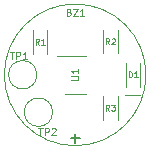
<source format=gbr>
G04 #@! TF.GenerationSoftware,KiCad,Pcbnew,(5.1.5)-3*
G04 #@! TF.CreationDate,2020-07-16T13:32:41-05:00*
G04 #@! TF.ProjectId,pcb,7063622e-6b69-4636-9164-5f7063625858,rev?*
G04 #@! TF.SameCoordinates,Original*
G04 #@! TF.FileFunction,Legend,Top*
G04 #@! TF.FilePolarity,Positive*
%FSLAX46Y46*%
G04 Gerber Fmt 4.6, Leading zero omitted, Abs format (unit mm)*
G04 Created by KiCad (PCBNEW (5.1.5)-3) date 2020-07-16 13:32:41*
%MOMM*%
%LPD*%
G04 APERTURE LIST*
%ADD10C,0.120000*%
%ADD11C,0.100000*%
%ADD12C,0.080000*%
%ADD13C,0.150000*%
G04 APERTURE END LIST*
D10*
X139985000Y-101610000D02*
G75*
G03X139985000Y-101610000I-6000000J0D01*
G01*
D11*
X138239500Y-103314500D02*
X139509500Y-103314500D01*
X139499500Y-102600000D02*
X139499500Y-100600000D01*
X138249500Y-102600000D02*
X138249500Y-100600000D01*
X130375500Y-97822000D02*
X130375500Y-99822000D01*
X131625500Y-97822000D02*
X131625500Y-99822000D01*
X137594500Y-97790000D02*
X137594500Y-99790000D01*
X136344500Y-97790000D02*
X136344500Y-99790000D01*
X137594500Y-105410000D02*
X137594500Y-103410000D01*
X136344500Y-105410000D02*
X136344500Y-103410000D01*
D10*
X133085000Y-103210000D02*
X134885000Y-103210000D01*
X134885000Y-99990000D02*
X132435000Y-99990000D01*
X130740000Y-101600000D02*
G75*
G03X130740000Y-101600000I-1200000J0D01*
G01*
X132073500Y-104775000D02*
G75*
G03X132073500Y-104775000I-1200000J0D01*
G01*
D12*
X133456428Y-96286642D02*
X133542142Y-96315214D01*
X133570714Y-96343785D01*
X133599285Y-96400928D01*
X133599285Y-96486642D01*
X133570714Y-96543785D01*
X133542142Y-96572357D01*
X133485000Y-96600928D01*
X133256428Y-96600928D01*
X133256428Y-96000928D01*
X133456428Y-96000928D01*
X133513571Y-96029500D01*
X133542142Y-96058071D01*
X133570714Y-96115214D01*
X133570714Y-96172357D01*
X133542142Y-96229500D01*
X133513571Y-96258071D01*
X133456428Y-96286642D01*
X133256428Y-96286642D01*
X133799285Y-96000928D02*
X134199285Y-96000928D01*
X133799285Y-96600928D01*
X134199285Y-96600928D01*
X134742142Y-96600928D02*
X134399285Y-96600928D01*
X134570714Y-96600928D02*
X134570714Y-96000928D01*
X134513571Y-96086642D01*
X134456428Y-96143785D01*
X134399285Y-96172357D01*
D13*
X133992928Y-107378452D02*
X133992928Y-106616547D01*
X134373880Y-106997500D02*
X133611976Y-106997500D01*
D11*
X138505452Y-101826190D02*
X138505452Y-101326190D01*
X138624500Y-101326190D01*
X138695928Y-101350000D01*
X138743547Y-101397619D01*
X138767357Y-101445238D01*
X138791166Y-101540476D01*
X138791166Y-101611904D01*
X138767357Y-101707142D01*
X138743547Y-101754761D01*
X138695928Y-101802380D01*
X138624500Y-101826190D01*
X138505452Y-101826190D01*
X139267357Y-101826190D02*
X138981642Y-101826190D01*
X139124500Y-101826190D02*
X139124500Y-101326190D01*
X139076880Y-101397619D01*
X139029261Y-101445238D01*
X138981642Y-101469047D01*
X130917166Y-99048190D02*
X130750500Y-98810095D01*
X130631452Y-99048190D02*
X130631452Y-98548190D01*
X130821928Y-98548190D01*
X130869547Y-98572000D01*
X130893357Y-98595809D01*
X130917166Y-98643428D01*
X130917166Y-98714857D01*
X130893357Y-98762476D01*
X130869547Y-98786285D01*
X130821928Y-98810095D01*
X130631452Y-98810095D01*
X131393357Y-99048190D02*
X131107642Y-99048190D01*
X131250500Y-99048190D02*
X131250500Y-98548190D01*
X131202880Y-98619619D01*
X131155261Y-98667238D01*
X131107642Y-98691047D01*
X136886166Y-99016190D02*
X136719500Y-98778095D01*
X136600452Y-99016190D02*
X136600452Y-98516190D01*
X136790928Y-98516190D01*
X136838547Y-98540000D01*
X136862357Y-98563809D01*
X136886166Y-98611428D01*
X136886166Y-98682857D01*
X136862357Y-98730476D01*
X136838547Y-98754285D01*
X136790928Y-98778095D01*
X136600452Y-98778095D01*
X137076642Y-98563809D02*
X137100452Y-98540000D01*
X137148071Y-98516190D01*
X137267119Y-98516190D01*
X137314738Y-98540000D01*
X137338547Y-98563809D01*
X137362357Y-98611428D01*
X137362357Y-98659047D01*
X137338547Y-98730476D01*
X137052833Y-99016190D01*
X137362357Y-99016190D01*
X136886166Y-104636190D02*
X136719500Y-104398095D01*
X136600452Y-104636190D02*
X136600452Y-104136190D01*
X136790928Y-104136190D01*
X136838547Y-104160000D01*
X136862357Y-104183809D01*
X136886166Y-104231428D01*
X136886166Y-104302857D01*
X136862357Y-104350476D01*
X136838547Y-104374285D01*
X136790928Y-104398095D01*
X136600452Y-104398095D01*
X137052833Y-104136190D02*
X137362357Y-104136190D01*
X137195690Y-104326666D01*
X137267119Y-104326666D01*
X137314738Y-104350476D01*
X137338547Y-104374285D01*
X137362357Y-104421904D01*
X137362357Y-104540952D01*
X137338547Y-104588571D01*
X137314738Y-104612380D01*
X137267119Y-104636190D01*
X137124261Y-104636190D01*
X137076642Y-104612380D01*
X137052833Y-104588571D01*
D12*
X133656428Y-102057142D02*
X134142142Y-102057142D01*
X134199285Y-102028571D01*
X134227857Y-102000000D01*
X134256428Y-101942857D01*
X134256428Y-101828571D01*
X134227857Y-101771428D01*
X134199285Y-101742857D01*
X134142142Y-101714285D01*
X133656428Y-101714285D01*
X134256428Y-101114285D02*
X134256428Y-101457142D01*
X134256428Y-101285714D02*
X133656428Y-101285714D01*
X133742142Y-101342857D01*
X133799285Y-101400000D01*
X133827857Y-101457142D01*
X128465357Y-99683928D02*
X128808214Y-99683928D01*
X128636785Y-100283928D02*
X128636785Y-99683928D01*
X129008214Y-100283928D02*
X129008214Y-99683928D01*
X129236785Y-99683928D01*
X129293928Y-99712500D01*
X129322500Y-99741071D01*
X129351071Y-99798214D01*
X129351071Y-99883928D01*
X129322500Y-99941071D01*
X129293928Y-99969642D01*
X129236785Y-99998214D01*
X129008214Y-99998214D01*
X129922500Y-100283928D02*
X129579642Y-100283928D01*
X129751071Y-100283928D02*
X129751071Y-99683928D01*
X129693928Y-99769642D01*
X129636785Y-99826785D01*
X129579642Y-99855357D01*
X130878357Y-106097428D02*
X131221214Y-106097428D01*
X131049785Y-106697428D02*
X131049785Y-106097428D01*
X131421214Y-106697428D02*
X131421214Y-106097428D01*
X131649785Y-106097428D01*
X131706928Y-106126000D01*
X131735500Y-106154571D01*
X131764071Y-106211714D01*
X131764071Y-106297428D01*
X131735500Y-106354571D01*
X131706928Y-106383142D01*
X131649785Y-106411714D01*
X131421214Y-106411714D01*
X131992642Y-106154571D02*
X132021214Y-106126000D01*
X132078357Y-106097428D01*
X132221214Y-106097428D01*
X132278357Y-106126000D01*
X132306928Y-106154571D01*
X132335500Y-106211714D01*
X132335500Y-106268857D01*
X132306928Y-106354571D01*
X131964071Y-106697428D01*
X132335500Y-106697428D01*
M02*

</source>
